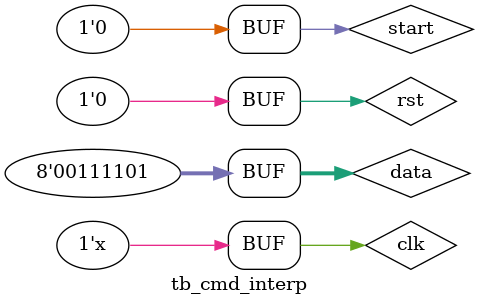
<source format=v>
`timescale 1ns / 1ps


module tb_cmd_interp;

	// Inputs
	reg start;
	reg [7:0] data;
	reg rst;
	reg clk;

	// Outputs
	wire [7:0] debug;
	wire rdy;
	wire [7:0] op_A;
	wire [7:0] op_B;
	wire [3:0] cmd;

	// Instantiate the Unit Under Test (UUT)
	cmd_interp uut (
		.start(start), 
		.data(data), 
		.rst(rst), 
		.clk(clk), 
		.debug(debug), 
		.rdy(rdy), 
		.op_A(op_A), 
		.op_B(op_B), 
		.cmd(cmd)
	);

	always #1 clk = ~clk;
	initial begin
		// Initialize Inputs
		start = 0;
		data = 0;
		rst = 1;
		clk = 0;

		// Wait 100 ns for global reset to finish

		#100;
		rst = 0;
		#20
		data = 8'h31;//0
		#2 start = 1;
		#2 start = 0;
		#20
		data = 8'h35;//5
		#2 start = 1;
		#2 start = 0;
		#20
		data = 8'h2A;//*
		#2 start = 1;
		#2 start = 0;
		#20
		data = 8'h34;//4
		#2 start = 1;
		#2 start = 0;
		#20
		data = 8'h3D;//=
		#2 start = 1;
		#2 start = 0;
        
		// Add stimulus here

	end
      
endmodule


</source>
